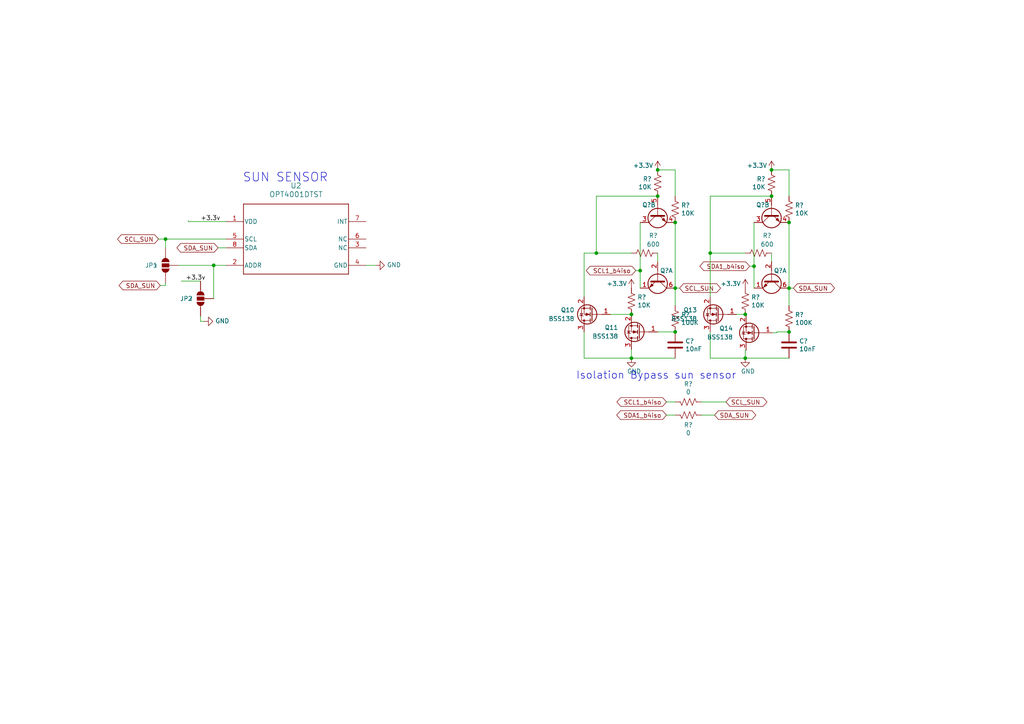
<source format=kicad_sch>
(kicad_sch (version 20230121) (generator eeschema)
  (paper "A4")
  (lib_symbols
    (symbol "Device:C" (pin_numbers hide) (pin_names (offset 0.254))
      (property "Reference" "C" (at 0.635 2.54 0))
      (property "Value" "C" (at 0.635 -2.54 0))
      (symbol "C_0_1"
        (polyline (pts (xy -2.032 -0.762) (xy 2.032 -0.762)) (stroke (width 0.508)))
        (polyline (pts (xy -2.032 0.762) (xy 2.032 0.762)) (stroke (width 0.508)))
      )
      (symbol "C_1_1"
        (pin passive line (at 0 3.81 270) (length 2.794) (name "~") (number "1"))
        (pin passive line (at 0 -3.81 90) (length 2.794) (name "~") (number "2"))
      )
    )
    (symbol "Device:R_US" (pin_numbers hide) (pin_names (offset 0))
      (property "Reference" "R" (at 2.54 0 90))
      (property "Value" "R_US" (at -2.54 0 90))
      (symbol "R_US_0_1"
        (polyline (pts (xy 0 -2.286) (xy 0 -2.54)))
        (polyline (pts (xy 0 2.286) (xy 0 2.54)))
        (polyline (pts (xy 0 -0.762) (xy 1.016 -1.143) (xy 0 -1.524) (xy -1.016 -1.905) (xy 0 -2.286)))
        (polyline (pts (xy 0 0.762) (xy 1.016 0.381) (xy 0 0) (xy -1.016 -0.381) (xy 0 -0.762)))
        (polyline (pts (xy 0 2.286) (xy 1.016 1.905) (xy 0 1.524) (xy -1.016 1.143) (xy 0 0.762)))
      )
      (symbol "R_US_1_1"
        (pin passive line (at 0 3.81 270) (length 1.27) (name "~") (number "1"))
        (pin passive line (at 0 -3.81 90) (length 1.27) (name "~") (number "2"))
      )
    )
    (symbol "OPT4001DTST:OPT4001DTST" (pin_names (offset 0.254))
      (property "Reference" "U" (at 0 2.54 0))
      (property "Value" "OPT4001DTST" (at 0 0 0))
      (symbol "OPT4001DTST_0_1"
        (polyline (pts (xy 5.08 -15.24) (xy 35.56 -15.24)) (stroke (width 0.2032)))
        (polyline (pts (xy 5.08 5.08) (xy 5.08 -15.24)) (stroke (width 0.2032)))
        (polyline (pts (xy 35.56 -15.24) (xy 35.56 5.08)) (stroke (width 0.2032)))
        (polyline (pts (xy 35.56 5.08) (xy 5.08 5.08)) (stroke (width 0.2032)))
        (pin power_in line (at 0 0 0) (length 5.08) (name "VDD") (number "1"))
        (pin input line (at 0 -12.7 0) (length 5.08) (name "ADDR") (number "2"))
        (pin unspecified line (at 40.64 -7.62 180) (length 5.08) (name "NC") (number "3"))
        (pin power_in line (at 40.64 -12.7 180) (length 5.08) (name "GND") (number "4"))
        (pin input line (at 0 -5.08 0) (length 5.08) (name "SCL") (number "5"))
        (pin unspecified line (at 40.64 -5.08 180) (length 5.08) (name "NC") (number "6"))
        (pin open_collector line (at 40.64 0 180) (length 5.08) (name "INT") (number "7"))
        (pin bidirectional line (at 0 -7.62 0) (length 5.08) (name "SDA") (number "8"))
      )
    )
    (symbol "SparkFun-Jumper:SolderJumper_3_Open_No_Silk" (pin_numbers hide) (pin_names (offset 0) hide)
      (property "Reference" "JP" (at -2.54 -2.54 0))
      (property "Value" "~" (at 0 2.794 0))
      (symbol "SolderJumper_3_Open_No_Silk_0_1"
        (arc (start -1.016 1.016) (mid -2.0276 0) (end -1.016 -1.016))
        (arc (start -1.016 1.016) (mid -2.0276 0) (end -1.016 -1.016) (fill (type outline)))
        (rectangle (start -0.508 1.016) (end 0.508 -1.016) (fill (type outline)))
        (polyline (pts (xy -2.54 0) (xy -2.032 0)))
        (polyline (pts (xy -1.016 1.016) (xy -1.016 -1.016)))
        (polyline (pts (xy 0 -1.27) (xy 0 -1.016)))
        (polyline (pts (xy 1.016 1.016) (xy 1.016 -1.016)))
        (polyline (pts (xy 2.54 0) (xy 2.032 0)))
        (arc (start 1.016 -1.016) (mid 2.0276 0) (end 1.016 1.016))
        (arc (start 1.016 -1.016) (mid 2.0276 0) (end 1.016 1.016) (fill (type outline)))
      )
      (symbol "SolderJumper_3_Open_No_Silk_1_1"
        (pin passive line (at -5.08 0 0) (length 2.54) (name "A") (number "1"))
        (pin passive line (at 0 -3.81 90) (length 2.54) (name "C") (number "2"))
        (pin passive line (at 5.08 0 180) (length 2.54) (name "B") (number "3"))
      )
    )
    (symbol "Transistor_BJT:MBT2222ADW1T1" (pin_names (offset 0) hide)
      (property "Reference" "Q" (at 5.08 1.27 0))
      (property "Value" "MBT2222ADW1T1" (at 5.08 -1.27 0))
      (symbol "MBT2222ADW1T1_0_1"
        (polyline (pts (xy 0.635 0) (xy -2.54 0)))
        (polyline (pts (xy 0.635 0.635) (xy 2.54 2.54)))
        (polyline (pts (xy 0.635 -0.635) (xy 2.54 -2.54) (xy 2.54 -2.54)))
        (polyline (pts (xy 0.635 1.905) (xy 0.635 -1.905) (xy 0.635 -1.905)) (stroke (width 0.508)))
        (polyline (pts (xy 1.27 -1.778) (xy 1.778 -1.27) (xy 2.286 -2.286) (xy 1.27 -1.778) (xy 1.27 -1.778)) (fill (type outline)))
        (circle (center 1.27 0) (radius 2.8194) (stroke (width 0.254)))
      )
      (symbol "MBT2222ADW1T1_1_1"
        (pin passive line (at 2.54 -5.08 90) (length 2.54) (name "E1") (number "1"))
        (pin input line (at -5.08 0 0) (length 2.54) (name "B1") (number "2"))
        (pin passive line (at 2.54 5.08 270) (length 2.54) (name "C1") (number "6"))
      )
      (symbol "MBT2222ADW1T1_2_1"
        (pin passive line (at 2.54 5.08 270) (length 2.54) (name "C2") (number "3"))
        (pin passive line (at 2.54 -5.08 90) (length 2.54) (name "E2") (number "4"))
        (pin input line (at -5.08 0 0) (length 2.54) (name "B2") (number "5"))
      )
    )
    (symbol "Transistor_FET:BSS138" (pin_names hide)
      (property "Reference" "Q" (at 5.08 1.905 0))
      (property "Value" "BSS138" (at 5.08 0 0))
      (symbol "BSS138_0_1"
        (polyline (pts (xy 0.254 0) (xy -2.54 0)))
        (polyline (pts (xy 0.254 1.905) (xy 0.254 -1.905)) (stroke (width 0.254)))
        (polyline (pts (xy 0.762 -1.27) (xy 0.762 -2.286)) (stroke (width 0.254)))
        (polyline (pts (xy 0.762 0.508) (xy 0.762 -0.508)) (stroke (width 0.254)))
        (polyline (pts (xy 0.762 2.286) (xy 0.762 1.27)) (stroke (width 0.254)))
        (polyline (pts (xy 2.54 2.54) (xy 2.54 1.778)))
        (polyline (pts (xy 2.54 -2.54) (xy 2.54 0) (xy 0.762 0)))
        (polyline (pts (xy 0.762 -1.778) (xy 3.302 -1.778) (xy 3.302 1.778) (xy 0.762 1.778)))
        (polyline (pts (xy 1.016 0) (xy 2.032 0.381) (xy 2.032 -0.381) (xy 1.016 0)) (fill (type outline)))
        (polyline (pts (xy 2.794 0.508) (xy 2.921 0.381) (xy 3.683 0.381) (xy 3.81 0.254)))
        (polyline (pts (xy 3.302 0.381) (xy 2.921 -0.254) (xy 3.683 -0.254) (xy 3.302 0.381)))
        (circle (center 1.651 0) (radius 2.794) (stroke (width 0.254)))
        (circle (center 2.54 -1.778) (radius 0.254) (fill (type outline)))
        (circle (center 2.54 1.778) (radius 0.254) (fill (type outline)))
      )
      (symbol "BSS138_1_1"
        (pin input line (at -5.08 0 0) (length 2.54) (name "G") (number "1"))
        (pin passive line (at 2.54 -5.08 90) (length 2.54) (name "S") (number "2"))
        (pin passive line (at 2.54 5.08 270) (length 2.54) (name "D") (number "3"))
      )
    )
    (symbol "power:+3.3V" (power) (pin_names (offset 0))
      (property "Value" "+3.3V" (at 0 3.556 0))
      (symbol "+3.3V_0_1"
        (polyline (pts (xy -0.762 1.27) (xy 0 2.54)))
        (polyline (pts (xy 0 0) (xy 0 2.54)))
        (polyline (pts (xy 0 2.54) (xy 0.762 1.27)))
      )
      (symbol "+3.3V_1_1"
        (pin power_in line (at 0 0 90) (length 0) hide (name "+3.3V") (number "1"))
      )
    )
    (symbol "power:GND" (power) (pin_names (offset 0))
      (property "Value" "GND" (at 0 -3.81 0))
      (symbol "GND_0_1"
        (polyline (pts (xy 0 0) (xy 0 -1.27) (xy 1.27 -1.27) (xy 0 -2.54) (xy -1.27 -1.27) (xy 0 -1.27)))
      )
      (symbol "GND_1_1"
        (pin power_in line (at 0 0 270) (length 0) hide (name "GND") (number "1"))
      )
    )
  )
  (junction (at 216.154 103.886))
  (junction (at 205.994 73.406))
  (junction (at 228.854 96.266))
  (junction (at 172.974 73.406))
  (junction (at 190.754 49.276))
  (junction (at 190.754 56.896))
  (junction (at 228.854 64.516))
  (junction (at 218.694 77.216))
  (junction (at 223.774 56.896))
  (junction (at 195.834 96.266))
  (junction (at 216.154 91.186))
  (junction (at 195.834 64.516))
  (junction (at 183.134 103.886))
  (junction (at 228.854 83.566))
  (junction (at 48.006 69.342))
  (junction (at 61.976 76.962))
  (junction (at 183.134 91.186))
  (junction (at 223.774 49.276))
  (junction (at 195.834 83.566))
  (junction (at 185.674 78.486))
  (wire (pts (xy 59.182 93.218) (xy 58.166 93.218)))
  (wire (pts (xy 195.834 120.396) (xy 193.294 120.396)))
  (wire (pts (xy 169.418 73.406) (xy 172.974 73.406)))
  (wire (pts (xy 172.974 56.896) (xy 190.754 56.896)))
  (wire (pts (xy 172.974 56.896) (xy 172.974 73.406)))
  (wire (pts (xy 205.994 103.886) (xy 216.154 103.886)))
  (wire (pts (xy 228.854 88.646) (xy 228.854 83.566)))
  (wire (pts (xy 195.834 88.646) (xy 195.834 83.566)))
  (wire (pts (xy 185.674 64.516) (xy 185.674 78.486)))
  (wire (pts (xy 183.134 103.886) (xy 195.834 103.886)))
  (wire (pts (xy 210.566 116.586) (xy 203.454 116.586)))
  (wire (pts (xy 216.408 101.6) (xy 216.154 101.6)))
  (wire (pts (xy 61.976 76.962) (xy 65.532 76.962)))
  (wire (pts (xy 230.124 83.566) (xy 228.854 83.566)))
  (wire (pts (xy 52.578 81.534) (xy 58.166 81.534)))
  (wire (pts (xy 54.61 64.008) (xy 54.61 64.262)))
  (wire (pts (xy 195.834 64.516) (xy 195.834 83.566)))
  (wire (pts (xy 218.694 64.516) (xy 218.694 77.216)))
  (wire (pts (xy 169.418 103.886) (xy 183.134 103.886)))
  (wire (pts (xy 183.134 103.886) (xy 183.134 101.346)))
  (wire (pts (xy 48.006 82.804) (xy 46.482 82.804)))
  (wire (pts (xy 48.006 71.882) (xy 48.006 69.342)))
  (wire (pts (xy 224.028 96.52) (xy 225.298 96.52)))
  (wire (pts (xy 51.816 76.962) (xy 61.976 76.962)))
  (wire (pts (xy 184.404 78.486) (xy 185.674 78.486)))
  (wire (pts (xy 217.424 77.216) (xy 218.694 77.216)))
  (wire (pts (xy 197.104 83.566) (xy 195.834 83.566)))
  (wire (pts (xy 195.834 116.586) (xy 193.294 116.586)))
  (wire (pts (xy 205.994 96.266) (xy 205.994 103.886)))
  (wire (pts (xy 63.246 71.882) (xy 65.532 71.882)))
  (wire (pts (xy 228.854 64.516) (xy 228.854 83.566)))
  (wire (pts (xy 65.532 64.262) (xy 54.61 64.262)))
  (wire (pts (xy 228.854 56.896) (xy 228.854 49.276)))
  (wire (pts (xy 205.994 86.106) (xy 205.994 73.406)))
  (wire (pts (xy 195.834 56.896) (xy 195.834 49.276)))
  (wire (pts (xy 216.154 73.406) (xy 205.994 73.406)))
  (wire (pts (xy 218.694 77.216) (xy 218.694 83.566)))
  (wire (pts (xy 185.674 78.486) (xy 185.674 83.566)))
  (wire (pts (xy 216.154 91.186) (xy 213.614 91.186)))
  (wire (pts (xy 45.974 69.342) (xy 48.006 69.342)))
  (wire (pts (xy 190.754 75.946) (xy 190.754 73.406)))
  (wire (pts (xy 195.834 49.276) (xy 190.754 49.276)))
  (wire (pts (xy 228.854 49.276) (xy 223.774 49.276)))
  (wire (pts (xy 58.166 93.218) (xy 58.166 91.694)))
  (wire (pts (xy 177.038 91.186) (xy 183.134 91.186)))
  (wire (pts (xy 106.172 76.962) (xy 108.966 76.962)))
  (wire (pts (xy 183.134 73.406) (xy 172.974 73.406)))
  (wire (pts (xy 48.006 82.042) (xy 48.006 82.804)))
  (wire (pts (xy 225.298 96.52) (xy 225.298 96.266)))
  (wire (pts (xy 228.854 103.886) (xy 216.154 103.886)))
  (wire (pts (xy 223.774 75.946) (xy 223.774 73.406)))
  (wire (pts (xy 225.298 96.266) (xy 228.854 96.266)))
  (wire (pts (xy 207.264 120.396) (xy 203.454 120.396)))
  (wire (pts (xy 216.154 101.6) (xy 216.154 103.886)))
  (wire (pts (xy 169.418 86.106) (xy 169.418 73.406)))
  (wire (pts (xy 205.994 73.406) (xy 205.994 56.896)))
  (wire (pts (xy 48.006 69.342) (xy 65.532 69.342)))
  (wire (pts (xy 205.994 56.896) (xy 223.774 56.896)))
  (wire (pts (xy 61.976 76.962) (xy 61.976 86.614)))
  (wire (pts (xy 169.418 96.266) (xy 169.418 103.886)))
  (wire (pts (xy 216.408 91.186) (xy 216.154 91.186)))
  (wire (pts (xy 216.408 91.44) (xy 216.408 91.186)))
  (wire (pts (xy 190.754 96.266) (xy 195.834 96.266)))
  (text "Isolation Bypass sun sensor" (at 213.614 110.236 0) (effects (font (size 2.159 2.159)) (justify right bottom)))
  (text "SUN SENSOR\n\n" (at 70.358 57.15 0) (effects (font (size 2.54 2.54)) (justify left bottom)))
  (label "+3.3v" (at 58.166 64.262 0))
  (label "+3.3v" (at 53.848 81.534 0))
  (global_label "SDA1_b4iso" (shape bidirectional) (at 193.294 120.396 180) (property "Intersheetrefs" "${INTERSHEET_REFS}" (effects hide)))
  (global_label "SDA1_b4iso" (shape bidirectional) (at 217.424 77.216 180) (property "Intersheetrefs" "${INTERSHEET_REFS}" (effects hide)))
  (global_label "SCL_SUN" (shape bidirectional) (at 210.566 116.586 0) (property "Intersheetrefs" "${INTERSHEET_REFS}" (effects hide)))
  (global_label "SDA_SUN" (shape bidirectional) (at 63.246 71.882 180) (property "Intersheetrefs" "${INTERSHEET_REFS}" (effects hide)))
  (global_label "SCL1_b4iso" (shape bidirectional) (at 193.294 116.586 180) (property "Intersheetrefs" "${INTERSHEET_REFS}" (effects hide)))
  (global_label "SCL1_b4iso" (shape bidirectional) (at 184.404 78.486 180) (property "Intersheetrefs" "${INTERSHEET_REFS}" (effects hide)))
  (global_label "SDA_SUN" (shape bidirectional) (at 207.264 120.396 0) (property "Intersheetrefs" "${INTERSHEET_REFS}" (effects hide)))
  (global_label "SCL_SUN" (shape bidirectional) (at 45.974 69.342 180) (property "Intersheetrefs" "${INTERSHEET_REFS}" (effects hide)))
  (global_label "SDA_SUN" (shape bidirectional) (at 230.124 83.566 0) (property "Intersheetrefs" "${INTERSHEET_REFS}" (effects hide)))
  (global_label "SCL_SUN" (shape bidirectional) (at 197.104 83.566 0) (property "Intersheetrefs" "${INTERSHEET_REFS}" (effects hide)))
  (global_label "SDA_SUN" (shape bidirectional) (at 46.482 82.804 180) (property "Intersheetrefs" "${INTERSHEET_REFS}" (effects hide)))
  (symbol (lib_id "Device:R_US") (at 216.154 87.376 180) (unit 1)
    (property "Reference" "R?" (at 217.8812 86.2076 0) (effects (justify right)))
    (property "Value" "10K" (at 217.8812 88.519 0) (effects (justify right)))
    (property "Footprint" "Resistor_SMD:R_0603_1608Metric" (effects hide))
    (instances (project "xpanel" (path "" (reference "R?") (unit 1))) (project "Z_PLUS_REV1" (path "" (reference "R?") (unit 1))) (project "Xpanel_V1_final" (path "" (reference "R26") (unit 1)) (path "" (reference "R29") (unit 1)) (path "" (reference "R29") (unit 1))))
  )
  (symbol (lib_id "Transistor_BJT:MBT2222ADW1T1") (at 223.774 61.976 90) (mirror x) (unit 2)
    (property "Reference" "Q?" (at 221.234 59.436 90))
    (property "Value" "MBT2222ADW1T1" (effects hide))
    (property "Footprint" "Package_TO_SOT_SMD:SOT-363_SC-70-6" (effects hide))
    (property "Datasheet" "http://www.onsemi.com/pub_link/Collateral/MBT2222ADW1T1-D.PDF" (effects hide))
    (instances (project "xpanel" (path "" (reference "Q?") (unit 2)) (path "" (reference "Q?") (unit 2)) (path "" (reference "Q?") (unit 2))) (project "Z_PLUS_REV1" (path "" (reference "Q?") (unit 2))) (project "Xpanel_V1_final" (path "" (reference "Q15") (unit 2)) (path "" (reference "Q10") (unit 2)) (path "" (reference "Q10") (unit 2))))
  )
  (symbol (lib_id "Transistor_FET:BSS138") (at 185.674 96.266 180) (unit 1)
    (property "Reference" "Q11" (at 179.324 94.996 0) (effects (justify left)))
    (property "Value" "BSS138" (at 179.324 97.536 0) (effects (justify left)))
    (property "Footprint" "Package_TO_SOT_SMD:SOT-23" (effects hide))
    (property "Datasheet" "https://www.onsemi.com/pub/Collateral/BSS138-D.PDF" (effects hide))
    (instances (project "Z_PLUS_REV1" (path "" (reference "Q11") (unit 1))) (project "Xpanel_V1_final" (path "" (reference "Q11") (unit 1)) (path "" (reference "Q3") (unit 1)) (path "" (reference "Q3") (unit 1))))
  )
  (symbol (lib_id "Transistor_BJT:MBT2222ADW1T1") (at 190.754 61.976 90) (mirror x) (unit 2)
    (property "Reference" "Q?" (at 188.214 59.436 90))
    (property "Value" "MBT2222ADW1T1" (effects hide))
    (property "Footprint" "Package_TO_SOT_SMD:SOT-363_SC-70-6" (effects hide))
    (property "Datasheet" "http://www.onsemi.com/pub_link/Collateral/MBT2222ADW1T1-D.PDF" (effects hide))
    (instances (project "xpanel" (path "" (reference "Q?") (unit 2)) (path "" (reference "Q?") (unit 2)) (path "" (reference "Q?") (unit 2))) (project "Z_PLUS_REV1" (path "" (reference "Q?") (unit 2))) (project "Xpanel_V1_final" (path "" (reference "Q12") (unit 2)) (path "" (reference "Q4") (unit 2)) (path "" (reference "Q4") (unit 2))))
  )
  (symbol (lib_id "Device:R_US") (at 223.774 53.086 0) (unit 1)
    (property "Reference" "R?" (at 222.0468 51.9176 0) (effects (justify right)))
    (property "Value" "10K" (at 222.0468 54.229 0) (effects (justify right)))
    (property "Footprint" "Resistor_SMD:R_0603_1608Metric" (effects hide))
    (instances (project "xpanel" (path "" (reference "R?") (unit 1))) (project "Z_PLUS_REV1" (path "" (reference "R?") (unit 1))) (project "Xpanel_V1_final" (path "" (reference "R28") (unit 1)) (path "" (reference "R31") (unit 1)) (path "" (reference "R31") (unit 1))))
  )
  (symbol (lib_id "SparkFun-Jumper:SolderJumper_3_Open_No_Silk") (at 58.166 86.614 90) (unit 1)
    (property "Reference" "JP2" (at 55.88 86.614 90) (effects (justify left)))
    (property "Value" "~" (at 55.372 86.614 0))
    (property "Footprint" "SparkFun-Jumper:SMT-JUMPER_3_NO_NO-SILK" (effects hide))
  )
  (symbol (lib_id "Device:C") (at 195.834 100.076 0) (unit 1)
    (property "Reference" "C?" (at 198.755 98.933 0) (effects (justify left)))
    (property "Value" "10nF" (at 198.755 101.219 0) (effects (justify left)))
    (property "Footprint" "Capacitor_SMD:C_0603_1608Metric" (effects hide))
    (instances (project "xpanel" (path "" (reference "C?") (unit 1))) (project "Z_PLUS_REV1" (path "" (reference "C?") (unit 1))) (project "Xpanel_V1_final" (path "" (reference "C5") (unit 1)) (path "" (reference "C10") (unit 1)) (path "" (reference "C10") (unit 1))))
  )
  (symbol (lib_id "Device:R_US") (at 228.854 60.706 180) (unit 1)
    (property "Reference" "R?" (at 230.5812 59.5376 0) (effects (justify right)))
    (property "Value" "10K" (at 230.5812 61.849 0) (effects (justify right)))
    (property "Footprint" "Resistor_SMD:R_0402_1005Metric" (effects hide))
    (instances (project "xpanel" (path "" (reference "R?") (unit 1))) (project "Z_PLUS_REV1" (path "" (reference "R?") (unit 1))) (project "Xpanel_V1_final" (path "" (reference "R29") (unit 1)) (path "" (reference "R33") (unit 1)) (path "" (reference "R33") (unit 1))))
  )
  (symbol (lib_id "Device:R_US") (at 199.644 120.396 90) (mirror x) (unit 1)
    (property "Reference" "R?" (at 199.644 123.2662 90))
    (property "Value" "0" (at 199.644 125.5776 90))
    (property "Footprint" "Resistor_SMD:R_0603_1608Metric" (effects hide))
    (instances (project "xpanel" (path "" (reference "R?") (unit 1))) (project "Z_PLUS_REV1" (path "" (reference "R?") (unit 1))) (project "Xpanel_V1_final" (path "" (reference "R25") (unit 1)) (path "" (reference "R23") (unit 1)) (path "" (reference "R23") (unit 1))))
  )
  (symbol (lib_id "Transistor_FET:BSS138") (at 218.948 96.52 180) (unit 1)
    (property "Reference" "Q14" (at 212.598 95.25 0) (effects (justify left)))
    (property "Value" "BSS138" (at 212.598 97.79 0) (effects (justify left)))
    (property "Footprint" "Package_TO_SOT_SMD:SOT-23" (effects hide))
    (property "Datasheet" "https://www.onsemi.com/pub/Collateral/BSS138-D.PDF" (effects hide))
    (instances (project "Z_PLUS_REV1" (path "" (reference "Q14") (unit 1))) (project "Xpanel_V1_final" (path "" (reference "Q14") (unit 1)) (path "" (reference "Q9") (unit 1)) (path "" (reference "Q9") (unit 1))))
  )
  (symbol (lib_id "Device:R_US") (at 186.944 73.406 90) (unit 1)
    (property "Reference" "R?" (at 189.484 68.326 90))
    (property "Value" "600" (at 189.484 70.866 90))
    (property "Footprint" "Resistor_SMD:R_0603_1608Metric" (effects hide))
    (instances (project "xpanel" (path "" (reference "R?") (unit 1))) (project "Z_PLUS_REV1" (path "" (reference "R?") (unit 1))) (project "Xpanel_V1_final" (path "" (reference "R20") (unit 1)) (path "" (reference "R16") (unit 1)) (path "" (reference "R16") (unit 1))))
  )
  (symbol (lib_id "Transistor_FET:BSS138") (at 208.534 91.186 180) (unit 1)
    (property "Reference" "Q13" (at 202.184 89.916 0) (effects (justify left)))
    (property "Value" "BSS138" (at 202.184 92.456 0) (effects (justify left)))
    (property "Footprint" "Package_TO_SOT_SMD:SOT-23" (effects hide))
    (property "Datasheet" "https://www.onsemi.com/pub/Collateral/BSS138-D.PDF" (effects hide))
    (instances (project "Z_PLUS_REV1" (path "" (reference "Q13") (unit 1))) (project "Xpanel_V1_final" (path "" (reference "Q13") (unit 1)) (path "" (reference "Q7") (unit 1)) (path "" (reference "Q7") (unit 1))))
  )
  (symbol (lib_id "power:+3.3V") (at 216.154 83.566 0) (mirror y) (unit 1)
    (property "Reference" "#PWR?" (effects hide))
    (property "Value" "+3.3V" (at 214.884 82.296 0) (effects (justify left)))
    (instances (project "xpanel" (path "" (reference "#PWR?") (unit 1))) (project "Z_PLUS_REV1" (path "" (reference "#PWR?") (unit 1))) (project "Xpanel_V1_final" (path "" (reference "#PWR023") (unit 1)) (path "" (reference "#PWR035") (unit 1)) (path "" (reference "#PWR035") (unit 1))))
  )
  (symbol (lib_id "Device:R_US") (at 183.134 87.376 180) (unit 1)
    (property "Reference" "R?" (at 184.8612 86.2076 0) (effects (justify right)))
    (property "Value" "10K" (at 184.8612 88.519 0) (effects (justify right)))
    (property "Footprint" "Resistor_SMD:R_0603_1608Metric" (effects hide))
    (instances (project "xpanel" (path "" (reference "R?") (unit 1))) (project "Z_PLUS_REV1" (path "" (reference "R?") (unit 1))) (project "Xpanel_V1_final" (path "" (reference "R19") (unit 1)) (path "" (reference "R15") (unit 1)) (path "" (reference "R15") (unit 1))))
  )
  (symbol (lib_id "Device:R_US") (at 199.644 116.586 90) (mirror x) (unit 1)
    (property "Reference" "R?" (at 199.644 111.379 90))
    (property "Value" "0" (at 199.644 113.6904 90))
    (property "Footprint" "Resistor_SMD:R_0603_1608Metric" (effects hide))
    (instances (project "xpanel" (path "" (reference "R?") (unit 1))) (project "Z_PLUS_REV1" (path "" (reference "R?") (unit 1))) (project "Xpanel_V1_final" (path "" (reference "R24") (unit 1)) (path "" (reference "R22") (unit 1)) (path "" (reference "R22") (unit 1))))
  )
  (symbol (lib_id "SparkFun-Jumper:SolderJumper_3_Open_No_Silk") (at 48.006 76.962 90) (unit 1)
    (property "Reference" "JP1" (at 45.72 76.962 90) (effects (justify left)))
    (property "Value" "~" (at 45.212 76.962 0))
    (property "Footprint" "SparkFun-Jumper:SMT-JUMPER_3_NO_NO-SILK" (effects hide))
  )
  (symbol (lib_id "power:GND") (at 108.966 76.962 90) (unit 1)
    (property "Reference" "#PWR?" (effects hide))
    (property "Value" "GND" (at 112.2172 76.835 90) (effects (justify right)))
    (instances (project "xpanel" (path "" (reference "#PWR?") (unit 1))) (project "Z_PLUS_REV1" (path "" (reference "#PWR?") (unit 1))) (project "Xpanel_V1_final" (path "" (reference "#PWR018") (unit 1)) (path "" (reference "#PWR028") (unit 1)) (path "" (reference "#PWR028") (unit 1))))
  )
  (symbol (lib_id "power:GND") (at 216.154 103.886 0) (mirror y) (unit 1)
    (property "Reference" "#PWR?" (effects hide))
    (property "Value" "GND" (at 214.884 107.696 0) (effects (justify right)))
    (instances (project "xpanel" (path "" (reference "#PWR?") (unit 1))) (project "Z_PLUS_REV1" (path "" (reference "#PWR?") (unit 1))) (project "Xpanel_V1_final" (path "" (reference "#PWR024") (unit 1)) (path "" (reference "#PWR036") (unit 1)) (path "" (reference "#PWR036") (unit 1))))
  )
  (symbol (lib_id "power:+3.3V") (at 190.754 49.276 0) (mirror y) (unit 1)
    (property "Reference" "#PWR?" (effects hide))
    (property "Value" "+3.3V" (at 189.484 48.006 0) (effects (justify left)))
    (instances (project "xpanel" (path "" (reference "#PWR?") (unit 1))) (project "Z_PLUS_REV1" (path "" (reference "#PWR?") (unit 1))) (project "Xpanel_V1_final" (path "" (reference "#PWR011") (unit 1)) (path "" (reference "#PWR031") (unit 1)) (path "" (reference "#PWR031") (unit 1))))
  )
  (symbol (lib_id "Transistor_BJT:MBT2222ADW1T1") (at 190.754 81.026 270) (unit 1)
    (property "Reference" "Q?" (at 193.294 78.486 90))
    (property "Value" "MBT2222ADW1T1" (effects hide))
    (property "Footprint" "Package_TO_SOT_SMD:SOT-363_SC-70-6" (effects hide))
    (property "Datasheet" "http://www.onsemi.com/pub_link/Collateral/MBT2222ADW1T1-D.PDF" (effects hide))
    (instances (project "xpanel" (path "" (reference "Q?") (unit 1)) (path "" (reference "Q?") (unit 1)) (path "" (reference "Q?") (unit 1))) (project "Z_PLUS_REV1" (path "" (reference "Q?") (unit 1))) (project "Xpanel_V1_final" (path "" (reference "Q12") (unit 1)) (path "" (reference "Q4") (unit 1)) (path "" (reference "Q4") (unit 1))))
  )
  (symbol (lib_id "OPT4001DTST:OPT4001DTST") (at 65.532 64.262 0) (unit 1)
    (property "Reference" "U2" (at 85.852 53.848 0) (effects (font (size 1.524 1.524))))
    (property "Value" "OPT4001DTST" (at 85.852 56.388 0) (effects (font (size 1.524 1.524))))
    (property "Footprint" "DTS0008A-MFG" (effects hide))
    (property "Datasheet" "OPT4001DTST" (effects hide))
    (instances (project "Z_PLUS_REV1" (path "" (reference "U2") (unit 1))) (project "Xpanel_V1_final" (path "" (reference "U2") (unit 1)) (path "" (reference "U3") (unit 1)) (path "" (reference "U3") (unit 1))))
  )
  (symbol (lib_id "Device:R_US") (at 219.964 73.406 270) (unit 1)
    (property "Reference" "R?" (at 222.504 68.326 90))
    (property "Value" "600" (at 222.504 70.866 90))
    (property "Footprint" "Resistor_SMD:R_0603_1608Metric" (effects hide))
    (instances (project "xpanel" (path "" (reference "R?") (unit 1))) (project "Z_PLUS_REV1" (path "" (reference "R?") (unit 1))) (project "Xpanel_V1_final" (path "" (reference "R27") (unit 1)) (path "" (reference "R30") (unit 1)) (path "" (reference "R30") (unit 1))))
  )
  (symbol (lib_id "Device:C") (at 228.854 100.076 0) (unit 1)
    (property "Reference" "C?" (at 231.775 98.933 0) (effects (justify left)))
    (property "Value" "10nF" (at 231.775 101.219 0) (effects (justify left)))
    (property "Footprint" "Capacitor_SMD:C_0603_1608Metric" (effects hide))
    (instances (project "xpanel" (path "" (reference "C?") (unit 1))) (project "Z_PLUS_REV1" (path "" (reference "C?") (unit 1))) (project "Xpanel_V1_final" (path "" (reference "C6") (unit 1)) (path "" (reference "C12") (unit 1)) (path "" (reference "C12") (unit 1))))
  )
  (symbol (lib_id "Device:R_US") (at 228.854 92.456 180) (unit 1)
    (property "Reference" "R?" (at 230.5812 91.2876 0) (effects (justify right)))
    (property "Value" "100K" (at 230.5812 93.599 0) (effects (justify right)))
    (property "Footprint" "Resistor_SMD:R_0603_1608Metric" (effects hide))
    (instances (project "xpanel" (path "" (reference "R?") (unit 1))) (project "Z_PLUS_REV1" (path "" (reference "R?") (unit 1))) (project "Xpanel_V1_final" (path "" (reference "R30") (unit 1)) (path "" (reference "R34") (unit 1)) (path "" (reference "R34") (unit 1))))
  )
  (symbol (lib_id "Device:R_US") (at 190.754 53.086 0) (unit 1)
    (property "Reference" "R?" (at 189.0268 51.9176 0) (effects (justify right)))
    (property "Value" "10K" (at 189.0268 54.229 0) (effects (justify right)))
    (property "Footprint" "Resistor_SMD:R_0603_1608Metric" (effects hide))
    (instances (project "xpanel" (path "" (reference "R?") (unit 1))) (project "Z_PLUS_REV1" (path "" (reference "R?") (unit 1))) (project "Xpanel_V1_final" (path "" (reference "R21") (unit 1)) (path "" (reference "R17") (unit 1)) (path "" (reference "R17") (unit 1))))
  )
  (symbol (lib_id "Device:R_US") (at 195.834 60.706 180) (unit 1)
    (property "Reference" "R?" (at 197.5612 59.5376 0) (effects (justify right)))
    (property "Value" "10K" (at 197.5612 61.849 0) (effects (justify right)))
    (property "Footprint" "Resistor_SMD:R_0402_1005Metric" (effects hide))
    (instances (project "xpanel" (path "" (reference "R?") (unit 1))) (project "Z_PLUS_REV1" (path "" (reference "R?") (unit 1))) (project "Xpanel_V1_final" (path "" (reference "R22") (unit 1)) (path "" (reference "R19") (unit 1)) (path "" (reference "R19") (unit 1))))
  )
  (symbol (lib_id "Transistor_FET:BSS138") (at 171.958 91.186 180) (unit 1)
    (property "Reference" "Q10" (at 166.624 89.916 0) (effects (justify left)))
    (property "Value" "BSS138" (at 166.624 92.456 0) (effects (justify left)))
    (property "Footprint" "Package_TO_SOT_SMD:SOT-23" (effects hide))
    (property "Datasheet" "https://www.onsemi.com/pub/Collateral/BSS138-D.PDF" (effects hide))
    (instances (project "Z_PLUS_REV1" (path "" (reference "Q10") (unit 1))) (project "Xpanel_V1_final" (path "" (reference "Q10") (unit 1)) (path "" (reference "Q1") (unit 1)) (path "" (reference "Q1") (unit 1))))
  )
  (symbol (lib_id "power:+3.3V") (at 183.134 83.566 0) (mirror y) (unit 1)
    (property "Reference" "#PWR?" (effects hide))
    (property "Value" "+3.3V" (at 181.864 82.296 0) (effects (justify left)))
    (instances (project "xpanel" (path "" (reference "#PWR?") (unit 1))) (project "Z_PLUS_REV1" (path "" (reference "#PWR?") (unit 1))) (project "Xpanel_V1_final" (path "" (reference "#PWR09") (unit 1)) (path "" (reference "#PWR029") (unit 1)) (path "" (reference "#PWR029") (unit 1))))
  )
  (symbol (lib_id "power:GND") (at 183.134 103.886 0) (mirror y) (unit 1)
    (property "Reference" "#PWR?" (effects hide))
    (property "Value" "GND" (at 181.864 107.696 0) (effects (justify right)))
    (instances (project "xpanel" (path "" (reference "#PWR?") (unit 1))) (project "Z_PLUS_REV1" (path "" (reference "#PWR?") (unit 1))) (project "Xpanel_V1_final" (path "" (reference "#PWR010") (unit 1)) (path "" (reference "#PWR030") (unit 1)) (path "" (reference "#PWR030") (unit 1))))
  )
  (symbol (lib_id "Transistor_BJT:MBT2222ADW1T1") (at 223.774 81.026 270) (unit 1)
    (property "Reference" "Q?" (at 226.314 78.486 90))
    (property "Value" "MBT2222ADW1T1" (effects hide))
    (property "Footprint" "Package_TO_SOT_SMD:SOT-363_SC-70-6" (effects hide))
    (property "Datasheet" "http://www.onsemi.com/pub_link/Collateral/MBT2222ADW1T1-D.PDF" (effects hide))
    (instances (project "xpanel" (path "" (reference "Q?") (unit 1)) (path "" (reference "Q?") (unit 1)) (path "" (reference "Q?") (unit 1))) (project "Z_PLUS_REV1" (path "" (reference "Q?") (unit 1))) (project "Xpanel_V1_final" (path "" (reference "Q15") (unit 1)) (path "" (reference "Q10") (unit 1)) (path "" (reference "Q10") (unit 1))))
  )
  (symbol (lib_id "power:GND") (at 59.182 93.218 90) (unit 1)
    (property "Reference" "#PWR?" (effects hide))
    (property "Value" "GND" (at 62.4332 93.091 90) (effects (justify right)))
    (instances (project "xpanel" (path "" (reference "#PWR?") (unit 1))) (project "Z_PLUS_REV1" (path "" (reference "#PWR?") (unit 1))) (project "Xpanel_V1_final" (path "" (reference "#PWR019") (unit 1)) (path "" (reference "#PWR022") (unit 1)) (path "" (reference "#PWR022") (unit 1))))
  )
  (symbol (lib_id "power:+3.3V") (at 223.774 49.276 0) (mirror y) (unit 1)
    (property "Reference" "#PWR?" (effects hide))
    (property "Value" "+3.3V" (at 222.504 48.006 0) (effects (justify left)))
    (instances (project "xpanel" (path "" (reference "#PWR?") (unit 1))) (project "Z_PLUS_REV1" (path "" (reference "#PWR?") (unit 1))) (project "Xpanel_V1_final" (path "" (reference "#PWR025") (unit 1)) (path "" (reference "#PWR037") (unit 1)) (path "" (reference "#PWR037") (unit 1))))
  )
  (symbol (lib_id "Device:R_US") (at 195.834 92.456 180) (unit 1)
    (property "Reference" "R?" (at 197.5612 91.2876 0) (effects (justify right)))
    (property "Value" "100K" (at 197.5612 93.599 0) (effects (justify right)))
    (property "Footprint" "Resistor_SMD:R_0603_1608Metric" (effects hide))
    (instances (project "xpanel" (path "" (reference "R?") (unit 1))) (project "Z_PLUS_REV1" (path "" (reference "R?") (unit 1))) (project "Xpanel_V1_final" (path "" (reference "R23") (unit 1)) (path "" (reference "R20") (unit 1)) (path "" (reference "R20") (unit 1))))
  )
)
</source>
